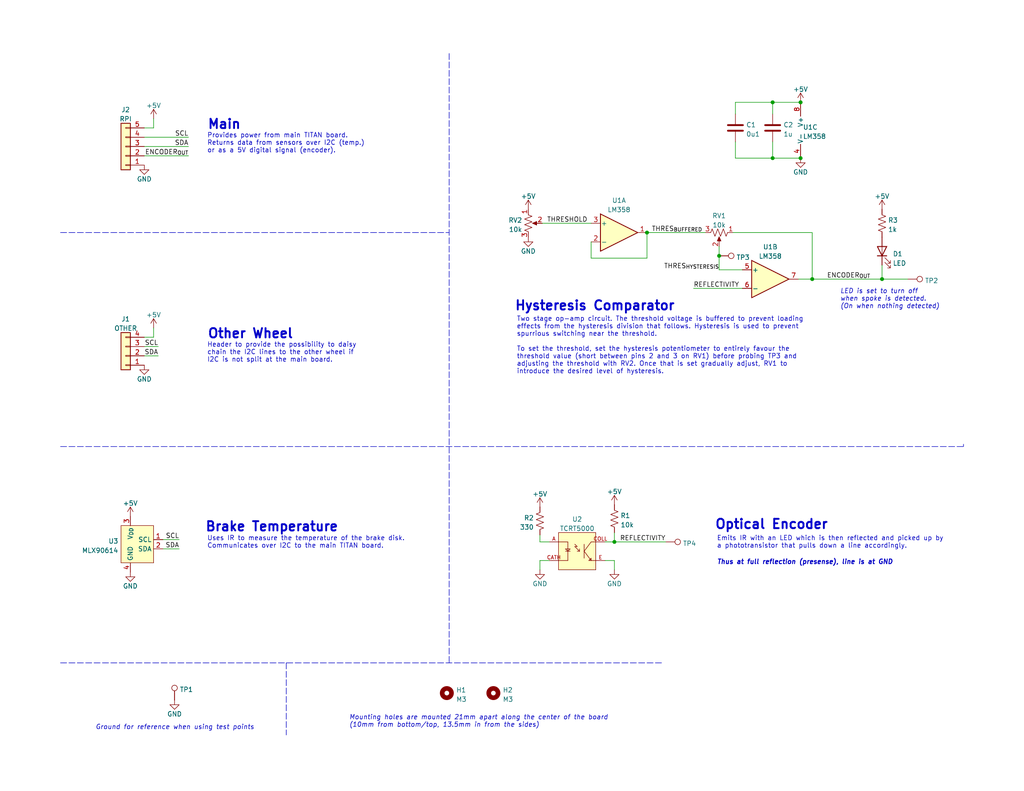
<source format=kicad_sch>
(kicad_sch (version 20211123) (generator eeschema)
  (paper "USLetter")
  (title_block (title "TITAN Wheel Sensor Board") (date "2022-08-16") (rev "1.1") (company "HPVDT") (comment 1 "Mounts within wheel braket by brake") (comment 2 "Also collects brake disk temperature without contact") (comment 3 "Collects wheel rotation count and period from brake spokes") (comment 4 "Daughter board to collect wheel data in TITAN"))
  (lib_symbols
    (symbol "Amplifier_Operational:LM358" (pin_names (offset 0.127))
      (property "Reference" "U" (at 0 5.08 0))
      (property "Value" "LM358" (at 0 -5.08 0))
      (symbol "LM358_1_1"
        (polyline (pts (xy -5.08 5.08) (xy 5.08 0) (xy -5.08 -5.08) (xy -5.08 5.08)) (stroke (width 0.254)) (fill (type background)))
        (pin output line (at 7.62 0 180) (length 2.54) (name "~") (number "1"))
        (pin input line (at -7.62 -2.54 0) (length 2.54) (name "-") (number "2"))
        (pin input line (at -7.62 2.54 0) (length 2.54) (name "+") (number "3"))
      )
      (symbol "LM358_2_1"
        (polyline (pts (xy -5.08 5.08) (xy 5.08 0) (xy -5.08 -5.08) (xy -5.08 5.08)) (stroke (width 0.254)) (fill (type background)))
        (pin input line (at -7.62 2.54 0) (length 2.54) (name "+") (number "5"))
        (pin input line (at -7.62 -2.54 0) (length 2.54) (name "-") (number "6"))
        (pin output line (at 7.62 0 180) (length 2.54) (name "~") (number "7"))
      )
      (symbol "LM358_3_1"
        (pin power_in line (at -2.54 -7.62 90) (length 3.81) (name "V-") (number "4"))
        (pin power_in line (at -2.54 7.62 270) (length 3.81) (name "V+") (number "8"))
      )
    )
    (symbol "Connector:TestPoint" (pin_numbers hide) (pin_names (offset 0.762) hide)
      (property "Reference" "TP" (at 0 6.858 0))
      (property "Value" "TestPoint" (at 0 5.08 0))
      (symbol "TestPoint_0_1"
        (circle (center 0 3.302) (radius 0.762))
      )
      (symbol "TestPoint_1_1"
        (pin passive line (at 0 0 90) (length 2.54) (name "1") (number "1"))
      )
    )
    (symbol "Connector_Generic:Conn_01x04" (pin_names (offset 1.016) hide)
      (property "Reference" "J" (at 0 5.08 0))
      (property "Value" "Conn_01x04" (at 0 -7.62 0))
      (symbol "Conn_01x04_1_1"
        (rectangle (start -1.27 -4.953) (end 0 -5.207) (stroke (width 0.1524)))
        (rectangle (start -1.27 -2.413) (end 0 -2.667) (stroke (width 0.1524)))
        (rectangle (start -1.27 0.127) (end 0 -0.127) (stroke (width 0.1524)))
        (rectangle (start -1.27 2.667) (end 0 2.413) (stroke (width 0.1524)))
        (rectangle (start -1.27 3.81) (end 1.27 -6.35) (stroke (width 0.254)) (fill (type background)))
        (pin passive line (at -5.08 2.54 0) (length 3.81) (name "Pin_1") (number "1"))
        (pin passive line (at -5.08 0 0) (length 3.81) (name "Pin_2") (number "2"))
        (pin passive line (at -5.08 -2.54 0) (length 3.81) (name "Pin_3") (number "3"))
        (pin passive line (at -5.08 -5.08 0) (length 3.81) (name "Pin_4") (number "4"))
      )
    )
    (symbol "Connector_Generic:Conn_01x05" (pin_names (offset 1.016) hide)
      (property "Reference" "J" (at 0 7.62 0))
      (property "Value" "Conn_01x05" (at 0 -7.62 0))
      (symbol "Conn_01x05_1_1"
        (rectangle (start -1.27 -4.953) (end 0 -5.207) (stroke (width 0.1524)))
        (rectangle (start -1.27 -2.413) (end 0 -2.667) (stroke (width 0.1524)))
        (rectangle (start -1.27 0.127) (end 0 -0.127) (stroke (width 0.1524)))
        (rectangle (start -1.27 2.667) (end 0 2.413) (stroke (width 0.1524)))
        (rectangle (start -1.27 5.207) (end 0 4.953) (stroke (width 0.1524)))
        (rectangle (start -1.27 6.35) (end 1.27 -6.35) (stroke (width 0.254)) (fill (type background)))
        (pin passive line (at -5.08 5.08 0) (length 3.81) (name "Pin_1") (number "1"))
        (pin passive line (at -5.08 2.54 0) (length 3.81) (name "Pin_2") (number "2"))
        (pin passive line (at -5.08 0 0) (length 3.81) (name "Pin_3") (number "3"))
        (pin passive line (at -5.08 -2.54 0) (length 3.81) (name "Pin_4") (number "4"))
        (pin passive line (at -5.08 -5.08 0) (length 3.81) (name "Pin_5") (number "5"))
      )
    )
    (symbol "Device:C" (pin_numbers hide) (pin_names (offset 0.254))
      (property "Reference" "C" (at 0.635 2.54 0))
      (property "Value" "C" (at 0.635 -2.54 0))
      (symbol "C_0_1"
        (polyline (pts (xy -2.032 -0.762) (xy 2.032 -0.762)) (stroke (width 0.508)))
        (polyline (pts (xy -2.032 0.762) (xy 2.032 0.762)) (stroke (width 0.508)))
      )
      (symbol "C_1_1"
        (pin passive line (at 0 3.81 270) (length 2.794) (name "~") (number "1"))
        (pin passive line (at 0 -3.81 90) (length 2.794) (name "~") (number "2"))
      )
    )
    (symbol "Device:LED" (pin_numbers hide) (pin_names (offset 1.016) hide)
      (property "Reference" "D" (at 0 2.54 0))
      (property "Value" "LED" (at 0 -2.54 0))
      (symbol "LED_0_1"
        (polyline (pts (xy -1.27 -1.27) (xy -1.27 1.27)) (stroke (width 0.254)))
        (polyline (pts (xy -1.27 0) (xy 1.27 0)))
        (polyline (pts (xy 1.27 -1.27) (xy 1.27 1.27) (xy -1.27 0) (xy 1.27 -1.27)) (stroke (width 0.254)))
        (polyline (pts (xy -3.048 -0.762) (xy -4.572 -2.286) (xy -3.81 -2.286) (xy -4.572 -2.286) (xy -4.572 -1.524)))
        (polyline (pts (xy -1.778 -0.762) (xy -3.302 -2.286) (xy -2.54 -2.286) (xy -3.302 -2.286) (xy -3.302 -1.524)))
      )
      (symbol "LED_1_1"
        (pin passive line (at -3.81 0 0) (length 2.54) (name "K") (number "1"))
        (pin passive line (at 3.81 0 180) (length 2.54) (name "A") (number "2"))
      )
    )
    (symbol "Device:R_Potentiometer_US" (pin_names (offset 1.016) hide)
      (property "Reference" "RV" (at -4.445 0 90))
      (property "Value" "R_Potentiometer_US" (at -2.54 0 90))
      (symbol "R_Potentiometer_US_0_1"
        (polyline (pts (xy 0 -2.286) (xy 0 -2.54)))
        (polyline (pts (xy 0 2.54) (xy 0 2.286)))
        (polyline (pts (xy 2.54 0) (xy 1.524 0)))
        (polyline (pts (xy 1.143 0) (xy 2.286 0.508) (xy 2.286 -0.508) (xy 1.143 0)) (fill (type outline)))
        (polyline (pts (xy 0 -0.762) (xy 1.016 -1.143) (xy 0 -1.524) (xy -1.016 -1.905) (xy 0 -2.286)))
        (polyline (pts (xy 0 0.762) (xy 1.016 0.381) (xy 0 0) (xy -1.016 -0.381) (xy 0 -0.762)))
        (polyline (pts (xy 0 2.286) (xy 1.016 1.905) (xy 0 1.524) (xy -1.016 1.143) (xy 0 0.762)))
      )
      (symbol "R_Potentiometer_US_1_1"
        (pin passive line (at 0 3.81 270) (length 1.27) (name "1") (number "1"))
        (pin passive line (at 3.81 0 180) (length 1.27) (name "2") (number "2"))
        (pin passive line (at 0 -3.81 90) (length 1.27) (name "3") (number "3"))
      )
    )
    (symbol "Device:R_US" (pin_numbers hide) (pin_names (offset 0))
      (property "Reference" "R" (at 2.54 0 90))
      (property "Value" "R_US" (at -2.54 0 90))
      (symbol "R_US_0_1"
        (polyline (pts (xy 0 -2.286) (xy 0 -2.54)))
        (polyline (pts (xy 0 2.286) (xy 0 2.54)))
        (polyline (pts (xy 0 -0.762) (xy 1.016 -1.143) (xy 0 -1.524) (xy -1.016 -1.905) (xy 0 -2.286)))
        (polyline (pts (xy 0 0.762) (xy 1.016 0.381) (xy 0 0) (xy -1.016 -0.381) (xy 0 -0.762)))
        (polyline (pts (xy 0 2.286) (xy 1.016 1.905) (xy 0 1.524) (xy -1.016 1.143) (xy 0 0.762)))
      )
      (symbol "R_US_1_1"
        (pin passive line (at 0 3.81 270) (length 1.27) (name "~") (number "1"))
        (pin passive line (at 0 -3.81 90) (length 1.27) (name "~") (number "2"))
      )
    )
    (symbol "Mechanical:MountingHole" (pin_names (offset 1.016))
      (property "Reference" "H" (at 0 5.08 0))
      (property "Value" "MountingHole" (at 0 3.175 0))
      (symbol "MountingHole_0_1"
        (circle (center 0 0) (radius 1.27) (stroke (width 1.27)))
      )
    )
    (symbol "TCRT5000:TCRT5000" (pin_names (offset 1.016) hide)
      (property "Reference" "U" (at -5.08 5.715 0))
      (property "Value" "TCRT5000" (at -5.08 -5.715 0))
      (symbol "TCRT5000_0_0"
        (rectangle (start -5.08 -5.08) (end 5.08 5.08) (stroke (width 0.1524)) (fill (type background)))
        (polyline (pts (xy -5.08 2.54) (xy -2.54 2.54)) (stroke (width 0.1524)))
        (polyline (pts (xy -3.175 0) (xy -1.905 0)) (stroke (width 0.1524)))
        (polyline (pts (xy -2.54 -2.54) (xy -5.08 -2.54)) (stroke (width 0.1524)))
        (polyline (pts (xy -2.54 2.54) (xy -2.54 -2.54)) (stroke (width 0.1524)))
        (polyline (pts (xy -0.635 1.27) (xy 0.635 0)) (stroke (width 0.1524)))
        (polyline (pts (xy -0.635 1.905) (xy 0 1.27)) (stroke (width 0.1524)))
        (polyline (pts (xy 0 1.27) (xy -0.635 1.27)) (stroke (width 0.1524)))
        (polyline (pts (xy 0.635 0) (xy 0 0)) (stroke (width 0.1524)))
        (polyline (pts (xy 0.635 0.635) (xy 0.635 0)) (stroke (width 0.1524)))
        (polyline (pts (xy 1.905 0) (xy 1.905 -1.905)) (stroke (width 0.1524)))
        (polyline (pts (xy 1.905 0) (xy 3.81 -2.54)) (stroke (width 0.1524)))
        (polyline (pts (xy 1.905 0) (xy 3.81 2.54)) (stroke (width 0.1524)))
        (polyline (pts (xy 1.905 1.905) (xy 1.905 0)) (stroke (width 0.1524)))
        (polyline (pts (xy 3.81 -2.54) (xy 5.08 -2.54)) (stroke (width 0.1524)))
        (polyline (pts (xy 3.81 2.54) (xy 5.08 2.54)) (stroke (width 0.1524)))
        (polyline (pts (xy -3.175 0.635) (xy -1.905 0.635) (xy -2.54 0) (xy -3.175 0.635)) (stroke (width 0.1524)) (fill (type background)))
        (polyline (pts (xy 3.175 -2.54) (xy 3.81 -2.54) (xy 3.81 -1.905) (xy 3.175 -2.54)) (stroke (width 0.1524)) (fill (type background)))
        (pin passive line (at -7.62 2.54 0) (length 2.54) (name "~") (number "A"))
        (pin passive line (at -7.62 -2.54 0) (length 2.54) (name "~") (number "CATH"))
        (pin passive line (at 7.62 2.54 180) (length 2.54) (name "~") (number "COLL"))
        (pin passive line (at 7.62 -2.54 180) (length 2.54) (name "~") (number "E"))
      )
    )
    (symbol "power:+5V" (power) (pin_names (offset 0))
      (property "Value" "+5V" (at 0 3.556 0))
      (symbol "+5V_0_1"
        (polyline (pts (xy -0.762 1.27) (xy 0 2.54)))
        (polyline (pts (xy 0 0) (xy 0 2.54)))
        (polyline (pts (xy 0 2.54) (xy 0.762 1.27)))
      )
      (symbol "+5V_1_1"
        (pin power_in line (at 0 0 90) (length 0) hide (name "+5V") (number "1"))
      )
    )
    (symbol "power:GND" (power) (pin_names (offset 0))
      (property "Value" "GND" (at 0 -3.81 0))
      (symbol "GND_0_1"
        (polyline (pts (xy 0 0) (xy 0 -1.27) (xy 1.27 -1.27) (xy 0 -2.54) (xy -1.27 -1.27) (xy 0 -1.27)))
      )
      (symbol "GND_1_1"
        (pin power_in line (at 0 0 270) (length 0) hide (name "GND") (number "1"))
      )
    )
    (symbol "wheel_sensors:MLX90614"
      (property "Reference" "U" (at 5.08 -8.89 0))
      (property "Value" "MLX90614" (at 5.08 -11.43 0))
      (symbol "MLX90614_0_1"
        (rectangle (start -5.08 -5.08) (end 3.81 -15.24) (stroke (width 0.1524)) (fill (type background)))
      )
      (symbol "MLX90614_1_1"
        (pin open_collector line (at -7.62 -8.89 0) (length 2.54) (name "SCL") (number "1"))
        (pin open_collector line (at -7.62 -11.43 0) (length 2.54) (name "SDA") (number "2"))
        (pin power_in line (at 1.27 -2.54 270) (length 2.54) (name "V_{DD}") (number "3"))
        (pin power_in line (at 1.27 -17.78 90) (length 2.54) (name "GND") (number "4"))
      )
    )
  )
  (junction (at 196.215 69.85))
  (junction (at 218.44 43.18))
  (junction (at 240.665 76.2))
  (junction (at 210.82 27.94))
  (junction (at 218.44 27.94))
  (junction (at 176.53 63.5))
  (junction (at 221.615 76.2))
  (junction (at 167.64 147.955))
  (junction (at 210.82 43.18))
  (wire (pts (xy 39.37 92.075) (xy 41.91 92.075)))
  (wire (pts (xy 167.64 153.035) (xy 167.64 155.575)))
  (wire (pts (xy 39.37 40.005) (xy 51.435 40.005)))
  (wire (pts (xy 167.64 147.955) (xy 167.64 145.415)))
  (wire (pts (xy 210.82 27.94) (xy 210.82 31.115)))
  (wire (pts (xy 200.66 31.115) (xy 200.66 27.94)))
  (wire (pts (xy 147.955 60.96) (xy 161.29 60.96)))
  (wire (pts (xy 221.615 76.2) (xy 240.665 76.2)))
  (wire (pts (xy 217.805 76.2) (xy 221.615 76.2)))
  (wire (pts (xy 165.1 147.955) (xy 167.64 147.955)))
  (wire (pts (xy 41.91 92.075) (xy 41.91 89.535)))
  (polyline (pts (xy 122.555 14.605) (xy 122.555 180.975)))
  (wire (pts (xy 41.91 34.925) (xy 41.91 32.385)))
  (wire (pts (xy 200.66 27.94) (xy 210.82 27.94)))
  (wire (pts (xy 39.37 42.545) (xy 51.435 42.545)))
  (polyline (pts (xy 16.51 121.92) (xy 262.89 121.92)))
  (wire (pts (xy 240.665 72.39) (xy 240.665 76.2)))
  (wire (pts (xy 48.895 149.86) (xy 44.45 149.86)))
  (wire (pts (xy 200.025 63.5) (xy 221.615 63.5)))
  (wire (pts (xy 176.53 63.5) (xy 192.405 63.5)))
  (wire (pts (xy 200.66 43.18) (xy 210.82 43.18)))
  (wire (pts (xy 189.23 78.74) (xy 202.565 78.74)))
  (polyline (pts (xy 16.51 180.975) (xy 180.975 180.975)))
  (wire (pts (xy 48.895 147.32) (xy 44.45 147.32)))
  (wire (pts (xy 39.37 94.615) (xy 43.18 94.615)))
  (wire (pts (xy 196.215 67.31) (xy 196.215 69.85)))
  (wire (pts (xy 149.86 147.955) (xy 147.32 147.955)))
  (wire (pts (xy 39.37 97.155) (xy 43.18 97.155)))
  (polyline (pts (xy 262.89 121.92) (xy 262.89 121.285)))
  (wire (pts (xy 39.37 34.925) (xy 41.91 34.925)))
  (wire (pts (xy 176.53 70.485) (xy 161.29 70.485)))
  (wire (pts (xy 210.82 38.735) (xy 210.82 43.18)))
  (wire (pts (xy 149.86 153.035) (xy 147.32 153.035)))
  (wire (pts (xy 200.66 38.735) (xy 200.66 43.18)))
  (wire (pts (xy 161.29 70.485) (xy 161.29 66.04)))
  (polyline (pts (xy 78.105 180.975) (xy 78.105 200.66)))
  (wire (pts (xy 147.32 153.035) (xy 147.32 155.575)))
  (wire (pts (xy 147.32 147.955) (xy 147.32 146.05)))
  (wire (pts (xy 176.53 63.5) (xy 176.53 70.485)))
  (wire (pts (xy 202.565 73.66) (xy 196.215 73.66)))
  (wire (pts (xy 218.44 27.94) (xy 210.82 27.94)))
  (wire (pts (xy 196.215 69.85) (xy 196.215 73.66)))
  (wire (pts (xy 39.37 37.465) (xy 51.435 37.465)))
  (wire (pts (xy 181.61 147.955) (xy 167.64 147.955)))
  (wire (pts (xy 165.1 153.035) (xy 167.64 153.035)))
  (wire (pts (xy 221.615 63.5) (xy 221.615 76.2)))
  (wire (pts (xy 210.82 43.18) (xy 218.44 43.18)))
  (wire (pts (xy 240.665 76.2) (xy 247.65 76.2)))
  (polyline (pts (xy 16.51 63.5) (xy 122.555 63.5)))
  (text "Mounting holes are mounted 21mm apart along the center of the board\n(10mm from bottom/top, 13.5mm in from the sides)" (at 95.25 198.755 0) (effects (font (size 1.27 1.27) italic) (justify left bottom)))
  (text "Hysteresis Comparator" (at 140.335 85.09 0) (effects (font (size 2.54 2.54) (thickness 0.508) bold) (justify left bottom)))
  (text "Provides power from main TITAN board.\nReturns data from sensors over I2C (temp.)\nor as a 5V digital signal (encoder)." (at 56.515 41.91 0) (effects (font (size 1.27 1.27)) (justify left bottom)))
  (text "Emits IR with an LED which is then reflected and picked up by\na phototransistor that pulls down a line accordingly." (at 195.58 149.86 0) (effects (font (size 1.27 1.27)) (justify left bottom)))
  (text "Two stage op-amp circuit. The threshold voltage is buffered to prevent loading\neffects from the hysteresis division that follows. Hysteresis is used to prevent \nspurrious switching near the threshold.\n\nTo set the threshold, set the hysteresis potentiometer to entirely favour the \nthreshold value (short between pins 2 and 3 on RV1) before probing TP3 and \nadjusting the threshold with RV2. Once that is set gradually adjust, RV1 to \nintroduce the desired level of hysteresis." (at 140.97 102.235 0) (effects (font (size 1.27 1.27)) (justify left bottom)))
  (text "Ground for reference when using test points" (at 26.035 199.39 0) (effects (font (size 1.27 1.27) italic) (justify left bottom)))
  (text "Optical Encoder" (at 194.945 144.78 0) (effects (font (size 2.54 2.54) bold) (justify left bottom)))
  (text "Main" (at 56.515 35.56 0) (effects (font (size 2.54 2.54) bold) (justify left bottom)))
  (text "Other Wheel" (at 56.515 92.71 0) (effects (font (size 2.54 2.54) (thickness 0.508) bold) (justify left bottom)))
  (text "LED is set to turn off\nwhen spoke is detected.\n(On when nothing detected)" (at 229.235 84.455 0) (effects (font (size 1.27 1.27) italic) (justify left bottom)))
  (text "Brake Temperature" (at 55.88 145.415 0) (effects (font (size 2.54 2.54) bold) (justify left bottom)))
  (text "Header to provide the possibility to daisy\nchain the I2C lines to the other wheel if\nI2C is not split at the main board." (at 56.515 99.06 0) (effects (font (size 1.27 1.27)) (justify left bottom)))
  (text "Uses IR to measure the temperature of the brake disk.\nCommunicates over I2C to the main TITAN board." (at 56.515 149.86 0) (effects (font (size 1.27 1.27)) (justify left bottom)))
  (text "Thus at full reflection (presense), line is at GND" (at 195.58 154.305 0) (effects (font (size 1.27 1.27) bold italic) (justify left bottom)))
  (label "THRES_{HYSTERESIS}" (at 196.215 73.66 180))
  (label "SDA" (at 48.895 149.86 180))
  (label "SCL" (at 43.18 94.615 180))
  (label "REFLECTIVITY" (at 181.61 147.955 180))
  (label "SDA" (at 43.18 97.155 180))
  (label "SCL" (at 51.435 37.465 180))
  (label "ENCODER_{OUT}" (at 237.49 76.2 180))
  (label "ENCODER_{OUT}" (at 51.435 42.545 180))
  (label "THRES_{BUFFERED}" (at 177.8 63.5 0))
  (label "SCL" (at 48.895 147.32 180))
  (label "THRESHOLD" (at 149.225 60.96 0))
  (label "SDA" (at 51.435 40.005 180))
  (label "REFLECTIVITY" (at 189.23 78.74 0))
  (symbol (lib_id "power:+5V") (at 147.32 138.43 0) (unit 1)
    (property "Reference" "#PWR09" (effects hide))
    (property "Value" "+5V" (at 147.32 134.874 0))
  )
  (symbol (lib_id "wheel_sensors:MLX90614") (at 36.83 138.43 0) (mirror y) (unit 1)
    (property "Reference" "U3" (at 32.3088 147.7553 0) (effects (justify left)))
    (property "Value" "MLX90614" (at 32.3088 150.2922 0) (effects (justify left)))
    (property "Footprint" "Package_TO_SOT_THT:TO-39-4_Window" (effects hide))
    (property "Datasheet" "https://media.melexis.com/-/media/files/documents/datasheets/mlx90614-datasheet-melexis.pdf" (effects hide))
  )
  (symbol (lib_id "Mechanical:MountingHole") (at 121.92 189.23 0) (unit 1)
    (property "Reference" "H1" (at 124.46 188.3953 0) (effects (justify left)))
    (property "Value" "M3" (at 124.46 190.9322 0) (effects (justify left)))
    (property "Footprint" "MountingHole:MountingHole_3.2mm_M3" (effects hide))
  )
  (symbol (lib_id "power:GND") (at 144.145 64.77 0) (unit 1)
    (property "Reference" "#PWR08" (effects hide))
    (property "Value" "GND" (at 144.145 68.58 0))
  )
  (symbol (lib_id "Device:R_Potentiometer_US") (at 196.215 63.5 270) (unit 1)
    (property "Reference" "RV1" (at 196.215 58.9112 90))
    (property "Value" "10k" (at 196.215 61.4481 90))
    (property "Footprint" "Potentiometer_THT:Potentiometer_Vishay_T73YP_Vertical" (effects hide))
  )
  (symbol (lib_id "power:+5V") (at 144.145 57.15 0) (mirror y) (unit 1)
    (property "Reference" "#PWR07" (effects hide))
    (property "Value" "+5V" (at 144.145 53.594 0))
  )
  (symbol (lib_id "Connector:TestPoint") (at 247.65 76.2 270) (unit 1)
    (property "Reference" "TP2" (at 252.349 76.6338 90) (effects (justify left)))
    (property "Value" "TestPoint" (effects hide))
    (property "Footprint" "TestPoint:TestPoint_Bridge_Pitch2.54mm_Drill1.0mm" (effects hide))
  )
  (symbol (lib_id "Connector:TestPoint") (at 47.625 191.135 0) (unit 1)
    (property "Reference" "TP1" (at 49.022 188.2668 0) (effects (justify left)))
    (property "Value" "TestPoint" (effects hide))
    (property "Footprint" "TestPoint:TestPoint_Bridge_Pitch2.54mm_Drill1.0mm" (effects hide))
  )
  (symbol (lib_id "TCRT5000:TCRT5000") (at 157.48 150.495 0) (unit 1)
    (property "Reference" "U2" (at 157.48 141.766 0))
    (property "Value" "TCRT5000" (at 157.48 144.3029 0))
    (property "Footprint" "TCRT5000:OPTO_TCRT5000" (effects hide))
    (property "STANDARD" "Manufacturer recommendations" (effects hide))
    (property "MANUFACTURER" "Vishay" (effects hide))
    (property "PARTREV" "1.7" (effects hide))
    (property "MAXIMUM_PACKAGE_HEIGHT" "7.2mm" (effects hide))
  )
  (symbol (lib_id "Device:R_US") (at 167.64 141.605 0) (unit 1)
    (property "Reference" "R1" (at 169.291 140.7703 0) (effects (justify left)))
    (property "Value" "10k" (at 169.291 143.3072 0) (effects (justify left)))
    (property "Footprint" "Resistor_SMD:R_0603_1608Metric" (effects hide))
  )
  (symbol (lib_id "Amplifier_Operational:LM358") (at 220.98 35.56 0) (unit 3)
    (property "Reference" "U1" (at 219.075 34.7253 0) (effects (justify left)))
    (property "Value" "LM358" (at 219.075 37.2622 0) (effects (justify left)))
    (property "Footprint" "Package_SO:SOIC-8_3.9x4.9mm_P1.27mm" (effects hide))
    (property "Datasheet" "http://www.ti.com/lit/ds/symlink/lm2904-n.pdf" (effects hide))
  )
  (symbol (lib_id "Connector_Generic:Conn_01x05") (at 34.29 40.005 180) (unit 1)
    (property "Reference" "J2" (at 34.29 29.9552 0))
    (property "Value" "RPI" (at 34.29 32.4921 0))
    (property "Footprint" "Connector_PinHeader_2.54mm:PinHeader_1x05_P2.54mm_Vertical" (effects hide))
  )
  (symbol (lib_id "power:+5V") (at 218.44 27.94 0) (mirror y) (unit 1)
    (property "Reference" "#PWR014" (effects hide))
    (property "Value" "+5V" (at 218.44 24.384 0))
  )
  (symbol (lib_id "Connector:TestPoint") (at 196.215 69.85 270) (unit 1)
    (property "Reference" "TP3" (at 200.914 70.2838 90) (effects (justify left)))
    (property "Value" "TestPoint" (effects hide))
    (property "Footprint" "TestPoint:TestPoint_Bridge_Pitch2.54mm_Drill1.0mm" (effects hide))
  )
  (symbol (lib_id "Mechanical:MountingHole") (at 134.62 189.23 0) (unit 1)
    (property "Reference" "H2" (at 137.16 188.3953 0) (effects (justify left)))
    (property "Value" "M3" (at 137.16 190.9322 0) (effects (justify left)))
    (property "Footprint" "MountingHole:MountingHole_3.2mm_M3" (effects hide))
  )
  (symbol (lib_id "power:GND") (at 167.64 155.575 0) (unit 1)
    (property "Reference" "#PWR013" (effects hide))
    (property "Value" "GND" (at 167.64 159.385 0))
  )
  (symbol (lib_id "power:GND") (at 39.37 45.085 0) (unit 1)
    (property "Reference" "#PWR03" (effects hide))
    (property "Value" "GND" (at 39.37 48.895 0))
  )
  (symbol (lib_id "power:GND") (at 39.37 99.695 0) (unit 1)
    (property "Reference" "#PWR01" (effects hide))
    (property "Value" "GND" (at 39.37 103.505 0))
  )
  (symbol (lib_id "power:+5V") (at 35.56 140.97 0) (unit 1)
    (property "Reference" "#PWR05" (effects hide))
    (property "Value" "+5V" (at 35.56 137.414 0))
  )
  (symbol (lib_id "Device:LED") (at 240.665 68.58 90) (unit 1)
    (property "Reference" "D1" (at 243.586 69.3328 90) (effects (justify right)))
    (property "Value" "LED" (at 243.586 71.8697 90) (effects (justify right)))
    (property "Footprint" "LED_SMD:LED_0805_2012Metric" (effects hide))
  )
  (symbol (lib_id "Device:R_Potentiometer_US") (at 144.145 60.96 0) (unit 1)
    (property "Reference" "RV2" (at 142.4941 60.1253 0) (effects (justify right)))
    (property "Value" "10k" (at 142.4941 62.6622 0) (effects (justify right)))
    (property "Footprint" "Potentiometer_THT:Potentiometer_Vishay_T73YP_Vertical" (effects hide))
  )
  (symbol (lib_id "power:+5V") (at 240.665 57.15 0) (mirror y) (unit 1)
    (property "Reference" "#PWR016" (effects hide))
    (property "Value" "+5V" (at 240.665 53.594 0))
  )
  (symbol (lib_id "Device:R_US") (at 240.665 60.96 0) (unit 1)
    (property "Reference" "R3" (at 242.316 60.1253 0) (effects (justify left)))
    (property "Value" "1k" (at 242.316 62.6622 0) (effects (justify left)))
    (property "Footprint" "Resistor_SMD:R_0603_1608Metric" (effects hide))
  )
  (symbol (lib_id "Amplifier_Operational:LM358") (at 210.185 76.2 0) (unit 2)
    (property "Reference" "U1" (at 210.185 67.4202 0))
    (property "Value" "LM358" (at 210.185 69.9571 0))
    (property "Footprint" "Package_SO:SOIC-8_3.9x4.9mm_P1.27mm" (effects hide))
    (property "Datasheet" "http://www.ti.com/lit/ds/symlink/lm2904-n.pdf" (effects hide))
  )
  (symbol (lib_id "Device:R_US") (at 147.32 142.24 0) (mirror x) (unit 1)
    (property "Reference" "R2" (at 145.669 141.4053 0) (effects (justify right)))
    (property "Value" "330" (at 145.669 143.9422 0) (effects (justify right)))
    (property "Footprint" "Resistor_SMD:R_0603_1608Metric" (effects hide))
  )
  (symbol (lib_id "power:+5V") (at 41.91 89.535 0) (mirror y) (unit 1)
    (property "Reference" "#PWR02" (effects hide))
    (property "Value" "+5V" (at 41.91 85.979 0))
  )
  (symbol (lib_id "power:GND") (at 147.32 155.575 0) (unit 1)
    (property "Reference" "#PWR010" (effects hide))
    (property "Value" "GND" (at 147.32 159.385 0))
  )
  (symbol (lib_id "power:+5V") (at 41.91 32.385 0) (mirror y) (unit 1)
    (property "Reference" "#PWR04" (effects hide))
    (property "Value" "+5V" (at 41.91 28.829 0))
  )
  (symbol (lib_id "power:GND") (at 218.44 43.18 0) (unit 1)
    (property "Reference" "#PWR015" (effects hide))
    (property "Value" "GND" (at 218.44 46.99 0))
  )
  (symbol (lib_id "power:GND") (at 47.625 191.135 0) (unit 1)
    (property "Reference" "#PWR011" (effects hide))
    (property "Value" "GND" (at 47.625 194.945 0))
  )
  (symbol (lib_id "Connector:TestPoint") (at 181.61 147.955 270) (unit 1)
    (property "Reference" "TP4" (at 186.309 148.3888 90) (effects (justify left)))
    (property "Value" "TestPoint" (effects hide))
    (property "Footprint" "TestPoint:TestPoint_Bridge_Pitch2.54mm_Drill1.0mm" (effects hide))
  )
  (symbol (lib_id "Amplifier_Operational:LM358") (at 168.91 63.5 0) (unit 1)
    (property "Reference" "U1" (at 168.91 54.7202 0))
    (property "Value" "LM358" (at 168.91 57.2571 0))
    (property "Footprint" "Package_SO:SOIC-8_3.9x4.9mm_P1.27mm" (effects hide))
    (property "Datasheet" "http://www.ti.com/lit/ds/symlink/lm2904-n.pdf" (effects hide))
  )
  (symbol (lib_id "Device:C") (at 210.82 34.925 0) (unit 1)
    (property "Reference" "C2" (at 213.741 34.0903 0) (effects (justify left)))
    (property "Value" "1u" (at 213.741 36.6272 0) (effects (justify left)))
    (property "Footprint" "Capacitor_SMD:C_0603_1608Metric" (effects hide))
  )
  (symbol (lib_id "Device:C") (at 200.66 34.925 0) (unit 1)
    (property "Reference" "C1" (at 203.581 34.0903 0) (effects (justify left)))
    (property "Value" "0u1" (at 203.581 36.6272 0) (effects (justify left)))
    (property "Footprint" "Capacitor_SMD:C_0603_1608Metric" (effects hide))
  )
  (symbol (lib_id "power:+5V") (at 167.64 137.795 0) (mirror y) (unit 1)
    (property "Reference" "#PWR012" (effects hide))
    (property "Value" "+5V" (at 167.64 134.239 0))
  )
  (symbol (lib_id "Connector_Generic:Conn_01x04") (at 34.29 97.155 180) (unit 1)
    (property "Reference" "J1" (at 34.29 87.1052 0))
    (property "Value" "OTHER" (at 34.29 89.6421 0))
    (property "Footprint" "Connector_PinHeader_2.54mm:PinHeader_1x04_P2.54mm_Vertical" (effects hide))
  )
  (symbol (lib_id "power:GND") (at 35.56 156.21 0) (mirror y) (unit 1)
    (property "Reference" "#PWR06" (effects hide))
    (property "Value" "GND" (at 35.56 160.02 0))
  )
)
</source>
